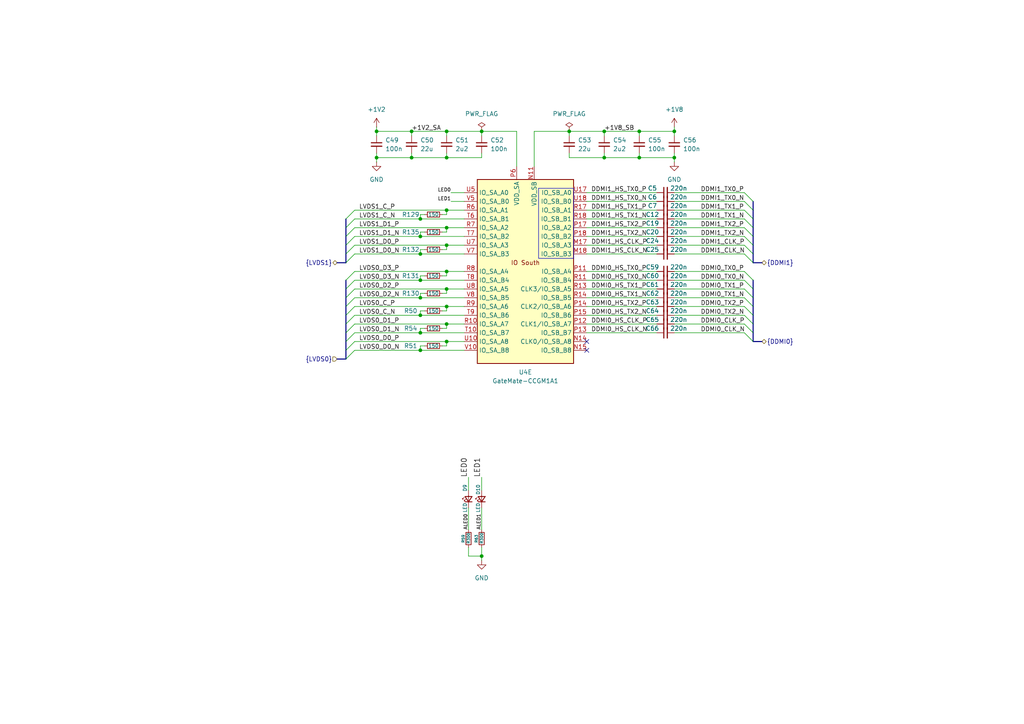
<source format=kicad_sch>
(kicad_sch (version 20250114) (generator "eeschema") (generator_version "9.0")
  (paper "A4")
  (title_block (title "${project_name}") (date "2025-06-24") (rev "${project_version}") (company "${project_creator}") (comment 1 "${project_license}"))
  (rectangle (start 156.21 54.61) (end 166.37 74.93))
  (junction (at 129.54 93.98))
  (junction (at 121.92 86.36))
  (junction (at 129.54 83.82))
  (junction (at 109.22 45.72))
  (junction (at 129.54 88.9))
  (junction (at 175.26 45.72))
  (junction (at 109.22 38.1))
  (junction (at 129.54 71.12))
  (junction (at 129.54 66.04))
  (junction (at 121.92 91.44))
  (junction (at 139.7 161.29))
  (junction (at 129.54 38.1))
  (junction (at 121.92 73.66))
  (junction (at 121.92 68.58))
  (junction (at 139.7 38.1))
  (junction (at 195.58 45.72))
  (junction (at 119.38 38.1))
  (junction (at 185.42 38.1))
  (junction (at 121.92 63.5))
  (junction (at 129.54 60.96))
  (junction (at 119.38 45.72))
  (junction (at 121.92 101.6))
  (junction (at 129.54 99.06))
  (junction (at 195.58 38.1))
  (junction (at 165.1 38.1))
  (junction (at 175.26 38.1))
  (junction (at 121.92 96.52))
  (junction (at 129.54 78.74))
  (junction (at 121.92 81.28))
  (junction (at 185.42 45.72))
  (junction (at 129.54 45.72))
  (no_connect (at 170.18 99.06))
  (no_connect (at 170.18 101.6))
  (bus_entry (at 215.9 93.98) (size 2.54 2.54))
  (bus_entry (at 102.87 91.44) (size -2.54 2.54))
  (bus_entry (at 102.87 101.6) (size -2.54 2.54))
  (bus_entry (at 215.9 81.28) (size 2.54 2.54))
  (bus_entry (at 102.87 86.36) (size -2.54 2.54))
  (bus_entry (at 102.87 66.04) (size -2.54 2.54))
  (bus_entry (at 215.9 88.9) (size 2.54 2.54))
  (bus_entry (at 102.87 63.5) (size -2.54 2.54))
  (bus_entry (at 215.9 55.88) (size 2.54 2.54))
  (bus_entry (at 215.9 86.36) (size 2.54 2.54))
  (bus_entry (at 215.9 91.44) (size 2.54 2.54))
  (bus_entry (at 102.87 96.52) (size -2.54 2.54))
  (bus_entry (at 102.87 60.96) (size -2.54 2.54))
  (bus_entry (at 215.9 60.96) (size 2.54 2.54))
  (bus_entry (at 102.87 73.66) (size -2.54 2.54))
  (bus_entry (at 215.9 78.74) (size 2.54 2.54))
  (bus_entry (at 215.9 83.82) (size 2.54 2.54))
  (bus_entry (at 215.9 66.04) (size 2.54 2.54))
  (bus_entry (at 215.9 58.42) (size 2.54 2.54))
  (bus_entry (at 102.87 88.9) (size -2.54 2.54))
  (bus_entry (at 215.9 73.66) (size 2.54 2.54))
  (bus_entry (at 102.87 81.28) (size -2.54 2.54))
  (bus_entry (at 215.9 71.12) (size 2.54 2.54))
  (bus_entry (at 215.9 63.5) (size 2.54 2.54))
  (bus_entry (at 102.87 93.98) (size -2.54 2.54))
  (bus_entry (at 102.87 99.06) (size -2.54 2.54))
  (bus_entry (at 215.9 68.58) (size 2.54 2.54))
  (bus_entry (at 102.87 83.82) (size -2.54 2.54))
  (bus_entry (at 102.87 78.74) (size -2.54 2.54))
  (bus_entry (at 102.87 68.58) (size -2.54 2.54))
  (bus_entry (at 215.9 96.52) (size 2.54 2.54))
  (bus_entry (at 102.87 71.12) (size -2.54 2.54))
  (bus (pts (xy 218.44 99.06) (xy 220.98 99.06)))
  (wire (pts (xy 121.92 95.25) (xy 123.19 95.25)))
  (bus (pts (xy 100.33 71.12) (xy 100.33 73.66)))
  (wire (pts (xy 195.58 81.28) (xy 215.9 81.28)))
  (wire (pts (xy 123.19 90.17) (xy 121.92 90.17)))
  (wire (pts (xy 170.18 93.98) (xy 190.5 93.98)))
  (wire (pts (xy 170.18 71.12) (xy 190.5 71.12)))
  (bus (pts (xy 218.44 68.58) (xy 218.44 71.12)))
  (wire (pts (xy 195.58 36.83) (xy 195.58 38.1)))
  (bus (pts (xy 100.33 73.66) (xy 100.33 76.2)))
  (wire (pts (xy 134.62 86.36) (xy 121.92 86.36)))
  (wire (pts (xy 170.18 96.52) (xy 190.5 96.52)))
  (wire (pts (xy 134.62 68.58) (xy 121.92 68.58)))
  (wire (pts (xy 121.92 81.28) (xy 134.62 81.28)))
  (wire (pts (xy 129.54 38.1) (xy 129.54 39.37)))
  (wire (pts (xy 129.54 93.98) (xy 129.54 95.25)))
  (wire (pts (xy 129.54 60.96) (xy 134.62 60.96)))
  (wire (pts (xy 165.1 38.1) (xy 175.26 38.1)))
  (wire (pts (xy 170.18 91.44) (xy 190.5 91.44)))
  (wire (pts (xy 195.58 55.88) (xy 215.9 55.88)))
  (wire (pts (xy 121.92 86.36) (xy 121.92 85.09)))
  (bus (pts (xy 100.33 96.52) (xy 100.33 99.06)))
  (wire (pts (xy 128.27 90.17) (xy 129.54 90.17)))
  (wire (pts (xy 149.86 38.1) (xy 149.86 48.26)))
  (wire (pts (xy 135.89 147.32) (xy 135.89 153.67)))
  (wire (pts (xy 134.62 55.88) (xy 130.81 55.88)))
  (bus (pts (xy 100.33 88.9) (xy 100.33 91.44)))
  (wire (pts (xy 170.18 73.66) (xy 190.5 73.66)))
  (wire (pts (xy 170.18 68.58) (xy 190.5 68.58)))
  (bus (pts (xy 97.79 76.2) (xy 100.33 76.2)))
  (wire (pts (xy 165.1 38.1) (xy 154.94 38.1)))
  (wire (pts (xy 185.42 44.45) (xy 185.42 45.72)))
  (bus (pts (xy 218.44 83.82) (xy 218.44 86.36)))
  (wire (pts (xy 102.87 86.36) (xy 121.92 86.36)))
  (wire (pts (xy 195.58 44.45) (xy 195.58 45.72)))
  (wire (pts (xy 139.7 138.43) (xy 139.7 142.24)))
  (wire (pts (xy 102.87 81.28) (xy 121.92 81.28)))
  (wire (pts (xy 175.26 44.45) (xy 175.26 45.72)))
  (wire (pts (xy 139.7 45.72) (xy 139.7 44.45)))
  (wire (pts (xy 129.54 78.74) (xy 129.54 80.01)))
  (wire (pts (xy 195.58 86.36) (xy 215.9 86.36)))
  (bus (pts (xy 218.44 66.04) (xy 218.44 68.58)))
  (wire (pts (xy 109.22 38.1) (xy 109.22 36.83)))
  (wire (pts (xy 195.58 66.04) (xy 215.9 66.04)))
  (wire (pts (xy 121.92 90.17) (xy 121.92 91.44)))
  (wire (pts (xy 128.27 72.39) (xy 129.54 72.39)))
  (wire (pts (xy 134.62 58.42) (xy 130.81 58.42)))
  (wire (pts (xy 175.26 38.1) (xy 185.42 38.1)))
  (wire (pts (xy 121.92 80.01) (xy 121.92 81.28)))
  (wire (pts (xy 109.22 38.1) (xy 109.22 39.37)))
  (wire (pts (xy 102.87 63.5) (xy 121.92 63.5)))
  (wire (pts (xy 195.58 78.74) (xy 215.9 78.74)))
  (wire (pts (xy 102.87 96.52) (xy 121.92 96.52)))
  (wire (pts (xy 165.1 39.37) (xy 165.1 38.1)))
  (wire (pts (xy 129.54 99.06) (xy 129.54 100.33)))
  (wire (pts (xy 102.87 60.96) (xy 129.54 60.96)))
  (wire (pts (xy 129.54 45.72) (xy 139.7 45.72)))
  (bus (pts (xy 218.44 63.5) (xy 218.44 66.04)))
  (wire (pts (xy 102.87 99.06) (xy 129.54 99.06)))
  (wire (pts (xy 139.7 158.75) (xy 139.7 161.29)))
  (bus (pts (xy 100.33 93.98) (xy 100.33 96.52)))
  (wire (pts (xy 129.54 83.82) (xy 129.54 85.09)))
  (wire (pts (xy 135.89 138.43) (xy 135.89 142.24)))
  (wire (pts (xy 170.18 58.42) (xy 190.5 58.42)))
  (wire (pts (xy 170.18 55.88) (xy 190.5 55.88)))
  (wire (pts (xy 119.38 38.1) (xy 119.38 39.37)))
  (wire (pts (xy 102.87 88.9) (xy 129.54 88.9)))
  (bus (pts (xy 100.33 66.04) (xy 100.33 68.58)))
  (wire (pts (xy 175.26 45.72) (xy 185.42 45.72)))
  (wire (pts (xy 102.87 101.6) (xy 121.92 101.6)))
  (wire (pts (xy 109.22 45.72) (xy 109.22 46.99)))
  (bus (pts (xy 218.44 73.66) (xy 218.44 76.2)))
  (wire (pts (xy 102.87 83.82) (xy 129.54 83.82)))
  (wire (pts (xy 129.54 67.31) (xy 129.54 66.04)))
  (wire (pts (xy 121.92 68.58) (xy 121.92 67.31)))
  (wire (pts (xy 129.54 99.06) (xy 134.62 99.06)))
  (bus (pts (xy 100.33 99.06) (xy 100.33 101.6)))
  (wire (pts (xy 129.54 66.04) (xy 134.62 66.04)))
  (bus (pts (xy 218.44 58.42) (xy 218.44 60.96)))
  (wire (pts (xy 102.87 68.58) (xy 121.92 68.58)))
  (wire (pts (xy 128.27 95.25) (xy 129.54 95.25)))
  (bus (pts (xy 218.44 60.96) (xy 218.44 63.5)))
  (wire (pts (xy 195.58 60.96) (xy 215.9 60.96)))
  (bus (pts (xy 97.79 104.14) (xy 100.33 104.14)))
  (wire (pts (xy 135.89 158.75) (xy 135.89 161.29)))
  (wire (pts (xy 129.54 38.1) (xy 139.7 38.1)))
  (wire (pts (xy 119.38 44.45) (xy 119.38 45.72)))
  (bus (pts (xy 218.44 93.98) (xy 218.44 96.52)))
  (wire (pts (xy 195.58 91.44) (xy 215.9 91.44)))
  (wire (pts (xy 121.92 91.44) (xy 134.62 91.44)))
  (bus (pts (xy 100.33 83.82) (xy 100.33 86.36)))
  (wire (pts (xy 129.54 60.96) (xy 129.54 62.23)))
  (wire (pts (xy 128.27 85.09) (xy 129.54 85.09)))
  (wire (pts (xy 121.92 101.6) (xy 121.92 100.33)))
  (bus (pts (xy 100.33 86.36) (xy 100.33 88.9)))
  (wire (pts (xy 195.58 73.66) (xy 215.9 73.66)))
  (wire (pts (xy 134.62 96.52) (xy 121.92 96.52)))
  (wire (pts (xy 134.62 101.6) (xy 121.92 101.6)))
  (wire (pts (xy 129.54 44.45) (xy 129.54 45.72)))
  (wire (pts (xy 123.19 80.01) (xy 121.92 80.01)))
  (wire (pts (xy 195.58 71.12) (xy 215.9 71.12)))
  (wire (pts (xy 139.7 38.1) (xy 149.86 38.1)))
  (wire (pts (xy 195.58 83.82) (xy 215.9 83.82)))
  (wire (pts (xy 129.54 93.98) (xy 134.62 93.98)))
  (wire (pts (xy 185.42 38.1) (xy 195.58 38.1)))
  (bus (pts (xy 218.44 86.36) (xy 218.44 88.9)))
  (wire (pts (xy 129.54 88.9) (xy 129.54 90.17)))
  (wire (pts (xy 195.58 38.1) (xy 195.58 39.37)))
  (wire (pts (xy 170.18 63.5) (xy 190.5 63.5)))
  (wire (pts (xy 134.62 63.5) (xy 121.92 63.5)))
  (wire (pts (xy 195.58 45.72) (xy 195.58 46.99)))
  (wire (pts (xy 109.22 44.45) (xy 109.22 45.72)))
  (bus (pts (xy 218.44 81.28) (xy 218.44 83.82)))
  (wire (pts (xy 102.87 91.44) (xy 121.92 91.44)))
  (wire (pts (xy 195.58 88.9) (xy 215.9 88.9)))
  (wire (pts (xy 195.58 96.52) (xy 215.9 96.52)))
  (wire (pts (xy 170.18 83.82) (xy 190.5 83.82)))
  (wire (pts (xy 170.18 78.74) (xy 190.5 78.74)))
  (bus (pts (xy 100.33 91.44) (xy 100.33 93.98)))
  (bus (pts (xy 100.33 101.6) (xy 100.33 104.14)))
  (wire (pts (xy 185.42 38.1) (xy 185.42 39.37)))
  (wire (pts (xy 135.89 161.29) (xy 139.7 161.29)))
  (wire (pts (xy 170.18 86.36) (xy 190.5 86.36)))
  (wire (pts (xy 165.1 45.72) (xy 175.26 45.72)))
  (wire (pts (xy 129.54 83.82) (xy 134.62 83.82)))
  (wire (pts (xy 175.26 38.1) (xy 175.26 39.37)))
  (bus (pts (xy 100.33 63.5) (xy 100.33 66.04)))
  (wire (pts (xy 128.27 80.01) (xy 129.54 80.01)))
  (wire (pts (xy 170.18 88.9) (xy 190.5 88.9)))
  (wire (pts (xy 134.62 73.66) (xy 121.92 73.66)))
  (wire (pts (xy 109.22 38.1) (xy 119.38 38.1)))
  (wire (pts (xy 121.92 72.39) (xy 123.19 72.39)))
  (wire (pts (xy 121.92 63.5) (xy 121.92 62.23)))
  (wire (pts (xy 121.92 67.31) (xy 123.19 67.31)))
  (bus (pts (xy 218.44 91.44) (xy 218.44 93.98)))
  (wire (pts (xy 139.7 162.56) (xy 139.7 161.29)))
  (wire (pts (xy 165.1 44.45) (xy 165.1 45.72)))
  (wire (pts (xy 129.54 88.9) (xy 134.62 88.9)))
  (wire (pts (xy 139.7 147.32) (xy 139.7 153.67)))
  (wire (pts (xy 128.27 62.23) (xy 129.54 62.23)))
  (wire (pts (xy 129.54 78.74) (xy 134.62 78.74)))
  (wire (pts (xy 102.87 66.04) (xy 129.54 66.04)))
  (wire (pts (xy 121.92 96.52) (xy 121.92 95.25)))
  (wire (pts (xy 170.18 60.96) (xy 190.5 60.96)))
  (bus (pts (xy 100.33 81.28) (xy 100.33 83.82)))
  (wire (pts (xy 121.92 73.66) (xy 121.92 72.39)))
  (bus (pts (xy 218.44 96.52) (xy 218.44 99.06)))
  (wire (pts (xy 195.58 63.5) (xy 215.9 63.5)))
  (wire (pts (xy 102.87 71.12) (xy 129.54 71.12)))
  (wire (pts (xy 109.22 45.72) (xy 119.38 45.72)))
  (wire (pts (xy 129.54 71.12) (xy 134.62 71.12)))
  (wire (pts (xy 121.92 62.23) (xy 123.19 62.23)))
  (bus (pts (xy 218.44 76.2) (xy 220.98 76.2)))
  (wire (pts (xy 128.27 67.31) (xy 129.54 67.31)))
  (wire (pts (xy 119.38 45.72) (xy 129.54 45.72)))
  (bus (pts (xy 218.44 71.12) (xy 218.44 73.66)))
  (wire (pts (xy 102.87 93.98) (xy 129.54 93.98)))
  (wire (pts (xy 129.54 72.39) (xy 129.54 71.12)))
  (wire (pts (xy 128.27 100.33) (xy 129.54 100.33)))
  (wire (pts (xy 119.38 38.1) (xy 129.54 38.1)))
  (wire (pts (xy 195.58 58.42) (xy 215.9 58.42)))
  (wire (pts (xy 139.7 38.1) (xy 139.7 39.37)))
  (wire (pts (xy 170.18 81.28) (xy 190.5 81.28)))
  (wire (pts (xy 154.94 38.1) (xy 154.94 48.26)))
  (wire (pts (xy 195.58 68.58) (xy 215.9 68.58)))
  (wire (pts (xy 121.92 100.33) (xy 123.19 100.33)))
  (bus (pts (xy 100.33 68.58) (xy 100.33 71.12)))
  (wire (pts (xy 195.58 93.98) (xy 215.9 93.98)))
  (bus (pts (xy 218.44 88.9) (xy 218.44 91.44)))
  (wire (pts (xy 185.42 45.72) (xy 195.58 45.72)))
  (wire (pts (xy 170.18 66.04) (xy 190.5 66.04)))
  (wire (pts (xy 102.87 73.66) (xy 121.92 73.66)))
  (wire (pts (xy 102.87 78.74) (xy 129.54 78.74)))
  (wire (pts (xy 121.92 85.09) (xy 123.19 85.09)))
  (label "LVDS0_D0_N" (at 104.14 101.6 0))
  (label "LED1" (at 139.7 138.43 90) (effects (font (size 1.524 1.524))))
  (label "DDMI0_HS_TX1_N" (at 171.45 86.36 0))
  (label "DDMI0_TX1_N" (at 203.2 86.36 0))
  (label "DDMI0_TX2_P" (at 203.2 88.9 0))
  (label "DDMI0_HS_TX0_N" (at 171.45 81.28 0))
  (label "LVDS0_D2_P" (at 104.14 83.82 0))
  (label "DDMI1_TX0_P" (at 203.2 55.88 0))
  (label "LED0" (at 130.81 55.88 180) (effects (font (size 1 1))))
  (label "DDMI0_TX0_N" (at 203.2 81.28 0))
  (label "DDMI0_CLK_P" (at 203.2 93.98 0))
  (label "DDMI1_TX1_N" (at 203.2 63.5 0))
  (label "DDMI1_CLK_P" (at 203.2 71.12 0))
  (label "DDMI1_HS_TX1_P" (at 171.45 60.96 0))
  (label "DDMI1_HS_CLK_N" (at 171.45 73.66 0))
  (label "DDMI1_HS_TX2_N" (at 171.45 68.58 0))
  (label "DDMI1_CLK_N" (at 203.2 73.66 0))
  (label "DDMI1_TX2_N" (at 203.2 68.58 0))
  (label "LVDS1_D0_N" (at 104.14 73.66 0))
  (label "LVDS0_D3_N" (at 104.14 81.28 0))
  (label "LVDS0_D0_P" (at 104.14 99.06 0))
  (label "LVDS1_D0_P" (at 104.14 71.12 0))
  (label "DDMI0_HS_TX2_N" (at 171.45 91.44 0))
  (label "+1V2_SA" (at 119.38 38.1 0))
  (label "LVDS1_D1_N" (at 104.14 68.58 0))
  (label "LED1" (at 130.81 58.42 180) (effects (font (size 1 1))))
  (label "LVDS0_D3_P" (at 104.14 78.74 0))
  (label "DDMI1_HS_TX0_N" (at 171.45 58.42 0))
  (label "LVDS1_D1_P" (at 104.14 66.04 0))
  (label "DDMI0_HS_TX0_P" (at 171.45 78.74 0))
  (label "DDMI0_TX1_P" (at 203.2 83.82 0))
  (label "LVDS0_C_N" (at 104.14 91.44 0))
  (label "DDMI1_HS_CLK_P" (at 171.45 71.12 0))
  (label "DDMI1_HS_TX0_P" (at 171.45 55.88 0))
  (label "DDMI1_HS_TX2_P" (at 171.45 66.04 0))
  (label "LVDS1_C_P" (at 104.14 60.96 0))
  (label "LED0" (at 135.89 138.43 90) (effects (font (size 1.524 1.524))))
  (label "DDMI1_TX2_P" (at 203.2 66.04 0))
  (label "DDMI0_HS_CLK_P" (at 171.45 93.98 0))
  (label "LVDS0_C_P" (at 104.14 88.9 0))
  (label "LVDS1_C_N" (at 104.14 63.5 0))
  (label "LVDS0_D1_P" (at 104.14 93.98 0))
  (label "DDMI0_HS_TX2_P" (at 171.45 88.9 0))
  (label "DDMI1_TX1_P" (at 203.2 60.96 0))
  (label "DDMI0_CLK_N" (at 203.2 96.52 0))
  (label "DDMI0_TX2_N" (at 203.2 91.44 0))
  (label "LVDS0_D2_N" (at 104.14 86.36 0))
  (label "DDMI1_HS_TX1_N" (at 171.45 63.5 0))
  (label "DDMI1_TX0_N" (at 203.2 58.42 0))
  (label "DDMI0_TX0_P" (at 203.2 78.74 0))
  (label "LVDS0_D1_N" (at 104.14 96.52 0))
  (label "+1V8_SB" (at 175.26 38.1 0))
  (label "DDMI0_HS_TX1_P" (at 171.45 83.82 0))
  (label "ALED0" (at 135.89 153.67 90) (effects (font (size 1 1))))
  (label "DDMI0_HS_CLK_N" (at 171.45 96.52 0))
  (label "ALED1" (at 139.7 153.67 90) (effects (font (size 1 1))))
  (hierarchical_label "{DDMI1}" (shape bidirectional) (at 220.98 76.2 0))
  (hierarchical_label "{LVDS1}" (shape bidirectional) (at 97.79 76.2 180))
  (hierarchical_label "{DDMI0}" (shape bidirectional) (at 220.98 99.06 0))
  (hierarchical_label "{LVDS0}" (shape input) (at 97.79 104.14 180))
  (symbol (lib_id "Device:C_Small") (at 193.04 88.9 90) (unit 1)
    (property "Reference" "C63" (at 189.23 87.63 90))
    (property "Value" "220n" (at 196.85 87.63 90))
    (property "Footprint" "Capacitor_SMD:C_0402_1005Metric" (effects (hide yes)))
  )
  (symbol (lib_id "Device:LED_Small") (at 139.7 144.78 90) (unit 1)
    (property "Reference" "D10" (at 138.684 140.462 0) (effects (font (size 1 1)) (justify right)))
    (property "Value" "LED" (at 138.684 145.796 0) (effects (font (size 1 1)) (justify right)))
    (property "Footprint" "LED_SMD:LED_0603_1608Metric" (effects (hide yes)))
    (property "Description" "Light emitting diode, small symbol" (effects (hide yes)))
    (property "Sim.Pin" "1=K 2=A" (effects (hide yes)))
  )
  (symbol (lib_id "Device:C_Small") (at 109.22 41.91 0) (unit 1)
    (property "Reference" "C49" (at 111.76 40.6463 0) (effects (justify left)))
    (property "Value" "100n" (at 111.76 43.1863 0) (effects (justify left)))
    (property "Footprint" "Capacitor_SMD:C_0402_1005Metric" (effects (hide yes)))
    (property "Description" "Unpolarized capacitor, small symbol" (effects (hide yes)))
  )
  (symbol (lib_id "Device:LED_Small") (at 135.89 144.78 90) (unit 1)
    (property "Reference" "D9" (at 134.874 140.462 0) (effects (font (size 1 1)) (justify right)))
    (property "Value" "LED" (at 134.874 145.796 0) (effects (font (size 1 1)) (justify right)))
    (property "Footprint" "LED_SMD:LED_0603_1608Metric" (effects (hide yes)))
    (property "Description" "Light emitting diode, small symbol" (effects (hide yes)))
    (property "Sim.Pin" "1=K 2=A" (effects (hide yes)))
  )
  (symbol (lib_id "Device:C_Small") (at 193.04 71.12 90) (unit 1)
    (property "Reference" "C24" (at 189.23 69.85 90))
    (property "Value" "220n" (at 196.85 69.85 90))
    (property "Footprint" "Capacitor_SMD:C_0402_1005Metric" (effects (hide yes)))
  )
  (symbol (lib_id "Device:C_Small") (at 193.04 58.42 90) (unit 1)
    (property "Reference" "C6" (at 189.23 57.15 90))
    (property "Value" "220n" (at 196.85 57.15 90))
    (property "Footprint" "Capacitor_SMD:C_0402_1005Metric" (effects (hide yes)))
  )
  (symbol (lib_id "Device:C_Small") (at 193.04 93.98 90) (unit 1)
    (property "Reference" "C65" (at 189.23 92.71 90))
    (property "Value" "220n" (at 196.85 92.71 90))
    (property "Footprint" "Capacitor_SMD:C_0402_1005Metric" (effects (hide yes)))
  )
  (symbol (lib_id "Device:C_Small") (at 193.04 55.88 90) (unit 1)
    (property "Reference" "C5" (at 189.23 54.61 90))
    (property "Value" "220n" (at 196.85 54.61 90))
    (property "Footprint" "Capacitor_SMD:C_0402_1005Metric" (effects (hide yes)))
  )
  (symbol (lib_id "Device:C_Small") (at 129.54 41.91 0) (unit 1)
    (property "Reference" "C51" (at 132.08 40.6463 0) (effects (justify left)))
    (property "Value" "2u2" (at 132.08 43.1863 0) (effects (justify left)))
    (property "Footprint" "Capacitor_SMD:C_0402_1005Metric" (effects (hide yes)))
    (property "Description" "Unpolarized capacitor, small symbol" (effects (hide yes)))
  )
  (symbol (lib_id "power:GND") (at 195.58 46.99 0) (unit 1)
    (property "Reference" "#PWR077" (effects (hide yes)))
    (property "Value" "GND" (at 195.58 52.07 0))
    (property "Description" "Power symbol creates a global label with name \"GND\" , ground" (effects (hide yes)))
  )
  (symbol (lib_id "Device:C_Small") (at 193.04 83.82 90) (unit 1)
    (property "Reference" "C61" (at 189.23 82.55 90))
    (property "Value" "220n" (at 196.85 82.55 90))
    (property "Footprint" "Capacitor_SMD:C_0402_1005Metric" (effects (hide yes)))
  )
  (symbol (lib_id "Device:R_Small") (at 125.73 100.33 270) (mirror x) (unit 1)
    (property "Reference" "R51" (at 119.126 100.33 90))
    (property "Value" "150" (at 125.73 100.33 90) (effects (font (size 1.016 1.016))))
    (property "Footprint" "Resistor_SMD:R_0402_1005Metric" (effects (hide yes)))
    (property "Description" "Resistor, small symbol" (effects (hide yes)))
  )
  (symbol (lib_id "Device:C_Small") (at 193.04 63.5 90) (unit 1)
    (property "Reference" "C12" (at 189.23 62.23 90))
    (property "Value" "220n" (at 196.85 62.23 90))
    (property "Footprint" "Capacitor_SMD:C_0402_1005Metric" (effects (hide yes)))
  )
  (symbol (lib_id "Device:R_Small") (at 125.73 80.01 270) (mirror x) (unit 1)
    (property "Reference" "R131" (at 119.126 80.01 90))
    (property "Value" "150" (at 125.73 80.01 90) (effects (font (size 1.016 1.016))))
    (property "Footprint" "Resistor_SMD:R_0402_1005Metric" (effects (hide yes)))
    (property "Description" "Resistor, small symbol" (effects (hide yes)))
  )
  (symbol (lib_id "Device:R_Small") (at 125.73 90.17 270) (mirror x) (unit 1)
    (property "Reference" "R50" (at 119.126 90.17 90))
    (property "Value" "150" (at 125.73 90.17 90) (effects (font (size 1.016 1.016))))
    (property "Footprint" "Resistor_SMD:R_0402_1005Metric" (effects (hide yes)))
    (property "Description" "Resistor, small symbol" (effects (hide yes)))
  )
  (symbol (lib_id "Device:C_Small") (at 175.26 41.91 0) (unit 1)
    (property "Reference" "C54" (at 177.8 40.6463 0) (effects (justify left)))
    (property "Value" "2u2" (at 177.8 43.1863 0) (effects (justify left)))
    (property "Footprint" "Capacitor_SMD:C_0402_1005Metric" (effects (hide yes)))
    (property "Description" "Unpolarized capacitor, small symbol" (effects (hide yes)))
  )
  (symbol (lib_id "Device:C_Small") (at 193.04 60.96 90) (unit 1)
    (property "Reference" "C7" (at 189.23 59.69 90))
    (property "Value" "220n" (at 196.85 59.69 90))
    (property "Footprint" "Capacitor_SMD:C_0402_1005Metric" (effects (hide yes)))
  )
  (symbol (lib_id "Device:C_Small") (at 193.04 81.28 90) (unit 1)
    (property "Reference" "C60" (at 189.23 80.01 90))
    (property "Value" "220n" (at 196.85 80.01 90))
    (property "Footprint" "Capacitor_SMD:C_0402_1005Metric" (effects (hide yes)))
  )
  (symbol (lib_id "Device:R_Small") (at 139.7 156.21 0) (unit 1)
    (property "Reference" "R63" (at 138.176 157.48 90) (effects (font (size 0.8 0.8)) (justify left)))
    (property "Value" "R300" (at 139.7 157.734 90) (effects (font (size 0.8 0.8)) (justify left)))
    (property "Footprint" "Resistor_SMD:R_0402_1005Metric" (effects (hide yes)))
    (property "Description" "Resistor, small symbol" (effects (hide yes)))
  )
  (symbol (lib_id "power:PWR_FLAG") (at 165.1 38.1 0) (unit 1)
    (property "Reference" "#FLG015" (effects (hide yes)))
    (property "Value" "PWR_FLAG" (at 165.1 33.02 0))
    (property "Description" "Special symbol for telling ERC where power comes from" (effects (hide yes)))
  )
  (symbol (lib_id "Device:R_Small") (at 125.73 67.31 270) (mirror x) (unit 1)
    (property "Reference" "R135" (at 119.126 67.31 90))
    (property "Value" "150" (at 125.73 67.31 90) (effects (font (size 1.016 1.016))))
    (property "Footprint" "Resistor_SMD:R_0402_1005Metric" (effects (hide yes)))
    (property "Description" "Resistor, small symbol" (effects (hide yes)))
  )
  (symbol (lib_id "Device:R_Small") (at 125.73 62.23 270) (mirror x) (unit 1)
    (property "Reference" "R129" (at 119.126 62.23 90))
    (property "Value" "150" (at 125.73 62.23 90) (effects (font (size 1.016 1.016))))
    (property "Footprint" "Resistor_SMD:R_0402_1005Metric" (effects (hide yes)))
    (property "Description" "Resistor, small symbol" (effects (hide yes)))
  )
  (symbol (lib_id "Device:C_Small") (at 139.7 41.91 0) (unit 1)
    (property "Reference" "C52" (at 142.24 40.6463 0) (effects (justify left)))
    (property "Value" "100n" (at 142.24 43.1863 0) (effects (justify left)))
    (property "Footprint" "Capacitor_SMD:C_0402_1005Metric" (effects (hide yes)))
    (property "Description" "Unpolarized capacitor, small symbol" (effects (hide yes)))
  )
  (symbol (lib_id "Device:R_Small") (at 125.73 72.39 270) (mirror x) (unit 1)
    (property "Reference" "R132" (at 119.126 72.39 90))
    (property "Value" "150" (at 125.73 72.39 90) (effects (font (size 1.016 1.016))))
    (property "Footprint" "Resistor_SMD:R_0402_1005Metric" (effects (hide yes)))
    (property "Description" "Resistor, small symbol" (effects (hide yes)))
  )
  (symbol (lib_id "Device:C_Small") (at 185.42 41.91 0) (unit 1)
    (property "Reference" "C55" (at 187.96 40.6463 0) (effects (justify left)))
    (property "Value" "100n" (at 187.96 43.1863 0) (effects (justify left)))
    (property "Footprint" "Capacitor_SMD:C_0402_1005Metric" (effects (hide yes)))
    (property "Description" "Unpolarized capacitor, small symbol" (effects (hide yes)))
  )
  (symbol (lib_id "Device:R_Small") (at 135.89 156.21 0) (unit 1)
    (property "Reference" "R59" (at 134.366 157.48 90) (effects (font (size 0.8 0.8)) (justify left)))
    (property "Value" "R300" (at 135.89 157.734 90) (effects (font (size 0.8 0.8)) (justify left)))
    (property "Footprint" "Resistor_SMD:R_0402_1005Metric" (effects (hide yes)))
    (property "Description" "Resistor, small symbol" (effects (hide yes)))
  )
  (symbol (lib_name "+2V5_2") (lib_id "power:+2V5") (at 109.22 36.83 0) (unit 1)
    (property "Reference" "#PWR073" (effects (hide yes)))
    (property "Value" "+1V2" (at 109.22 31.75 0))
    (property "Description" "Power symbol creates a global label with name \"+1V2\"" (effects (hide yes)))
  )
  (symbol (lib_id "power:PWR_FLAG") (at 139.7 38.1 0) (unit 1)
    (property "Reference" "#FLG01" (effects (hide yes)))
    (property "Value" "PWR_FLAG" (at 139.7 33.02 0))
    (property "Description" "Special symbol for telling ERC where power comes from" (effects (hide yes)))
  )
  (symbol (lib_id "Device:C_Small") (at 193.04 78.74 90) (unit 1)
    (property "Reference" "C59" (at 189.23 77.47 90))
    (property "Value" "220n" (at 196.85 77.47 90))
    (property "Footprint" "Capacitor_SMD:C_0402_1005Metric" (effects (hide yes)))
  )
  (symbol (lib_id "Device:C_Small") (at 193.04 68.58 90) (unit 1)
    (property "Reference" "C20" (at 189.23 67.31 90))
    (property "Value" "220n" (at 196.85 67.31 90))
    (property "Footprint" "Capacitor_SMD:C_0402_1005Metric" (effects (hide yes)))
  )
  (symbol (lib_id "FPGA_CologneChip_GateMate:CCGM1A1") (at 152.4 78.74 0) (unit 5)
    (property "Reference" "U4" (at 152.4 107.95 0))
    (property "Value" "GateMate-CCGM1A1" (at 152.4 110.49 0))
    (property "Footprint" "ulx5m-gs:BGA-324_15.0x15.0mm_Layout18x18_P0.8mm_Ball0.45mm_Pad0.4mm_NSMD" (effects (hide yes)))
    (property "Datasheet" "https://colognechip.com/docs/ds1001-gatemate1-datasheet-2022-05.pdf" (effects (hide yes)))
  )
  (symbol (lib_id "Device:R_Small") (at 125.73 95.25 270) (mirror x) (unit 1)
    (property "Reference" "R54" (at 119.126 95.25 90))
    (property "Value" "150" (at 125.73 95.25 90) (effects (font (size 1.016 1.016))))
    (property "Footprint" "Resistor_SMD:R_0402_1005Metric" (effects (hide yes)))
    (property "Description" "Resistor, small symbol" (effects (hide yes)))
  )
  (symbol (lib_id "Device:C_Small") (at 193.04 91.44 90) (unit 1)
    (property "Reference" "C64" (at 189.23 90.17 90))
    (property "Value" "220n" (at 196.85 90.17 90))
    (property "Footprint" "Capacitor_SMD:C_0402_1005Metric" (effects (hide yes)))
  )
  (symbol (lib_id "Device:C_Small") (at 193.04 86.36 90) (unit 1)
    (property "Reference" "C62" (at 189.23 85.09 90))
    (property "Value" "220n" (at 196.85 85.09 90))
    (property "Footprint" "Capacitor_SMD:C_0402_1005Metric" (effects (hide yes)))
  )
  (symbol (lib_id "Device:C_Small") (at 195.58 41.91 0) (unit 1)
    (property "Reference" "C56" (at 198.12 40.6463 0) (effects (justify left)))
    (property "Value" "100n" (at 198.12 43.1863 0) (effects (justify left)))
    (property "Footprint" "Capacitor_SMD:C_0402_1005Metric" (effects (hide yes)))
    (property "Description" "Unpolarized capacitor, small symbol" (effects (hide yes)))
  )
  (symbol (lib_id "Device:R_Small") (at 125.73 85.09 270) (mirror x) (unit 1)
    (property "Reference" "R130" (at 119.126 85.09 90))
    (property "Value" "150" (at 125.73 85.09 90) (effects (font (size 1.016 1.016))))
    (property "Footprint" "Resistor_SMD:R_0402_1005Metric" (effects (hide yes)))
    (property "Description" "Resistor, small symbol" (effects (hide yes)))
  )
  (symbol (lib_id "Device:C_Small") (at 165.1 41.91 0) (unit 1)
    (property "Reference" "C53" (at 167.64 40.6463 0) (effects (justify left)))
    (property "Value" "22u" (at 167.64 43.1863 0) (effects (justify left)))
    (property "Footprint" "Capacitor_SMD:C_0402_1005Metric" (effects (hide yes)))
    (property "Description" "Unpolarized capacitor, small symbol" (effects (hide yes)))
  )
  (symbol (lib_id "Device:C_Small") (at 193.04 96.52 90) (unit 1)
    (property "Reference" "C66" (at 189.23 95.25 90))
    (property "Value" "220n" (at 196.85 95.25 90))
    (property "Footprint" "Capacitor_SMD:C_0402_1005Metric" (effects (hide yes)))
  )
  (symbol (lib_id "Device:C_Small") (at 119.38 41.91 0) (unit 1)
    (property "Reference" "C50" (at 121.92 40.6463 0) (effects (justify left)))
    (property "Value" "22u" (at 121.92 43.1863 0) (effects (justify left)))
    (property "Footprint" "Capacitor_SMD:C_0402_1005Metric" (effects (hide yes)))
    (property "Description" "Unpolarized capacitor, small symbol" (effects (hide yes)))
  )
  (symbol (lib_id "power:+1V8") (at 195.58 36.83 0) (unit 1)
    (property "Reference" "#PWR0102" (effects (hide yes)))
    (property "Value" "+1V8" (at 195.58 31.75 0))
    (property "Description" "Power symbol creates a global label with name \"+1V8\"" (effects (hide yes)))
  )
  (symbol (lib_id "Device:C_Small") (at 193.04 66.04 90) (unit 1)
    (property "Reference" "C19" (at 189.23 64.77 90))
    (property "Value" "220n" (at 196.85 64.77 90))
    (property "Footprint" "Capacitor_SMD:C_0402_1005Metric" (effects (hide yes)))
  )
  (symbol (lib_id "power:GND") (at 139.7 162.56 0) (unit 1)
    (property "Reference" "#PWR085" (effects (hide yes)))
    (property "Value" "GND" (at 139.7 167.64 0))
    (property "Description" "Power symbol creates a global label with name \"GND\" , ground" (effects (hide yes)))
  )
  (symbol (lib_id "power:GND") (at 109.22 46.99 0) (unit 1)
    (property "Reference" "#PWR074" (effects (hide yes)))
    (property "Value" "GND" (at 109.22 52.07 0))
    (property "Description" "Power symbol creates a global label with name \"GND\" , ground" (effects (hide yes)))
  )
  (symbol (lib_id "Device:C_Small") (at 193.04 73.66 90) (unit 1)
    (property "Reference" "C25" (at 189.23 72.39 90))
    (property "Value" "220n" (at 196.85 72.39 90))
    (property "Footprint" "Capacitor_SMD:C_0402_1005Metric" (effects (hide yes)))
  )
)
</source>
